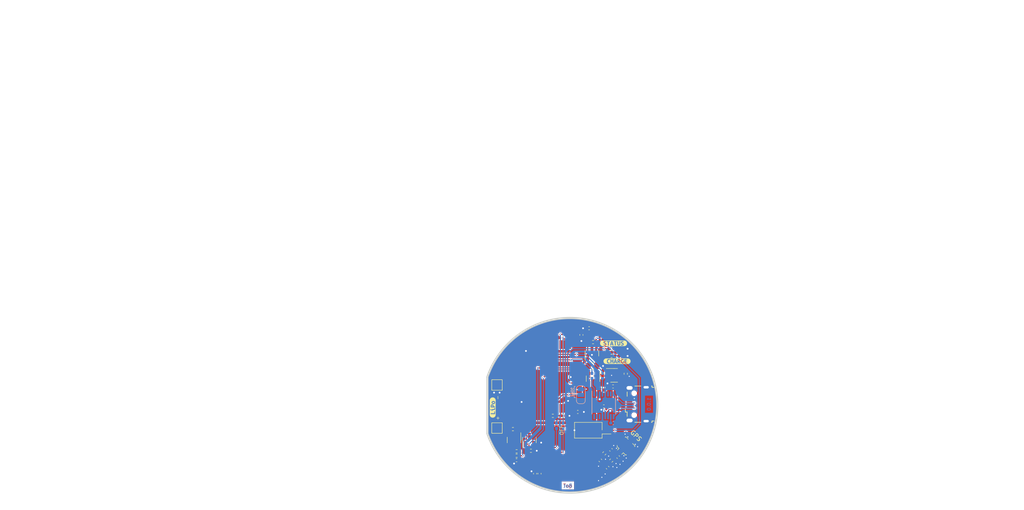
<source format=kicad_pcb>
(kicad_pcb (version 20221018) (generator pcbnew)
  (title_block (title "LoRa-GPS-Tracker") (date "2024-01-07") (rev "1.0") (company "Kampis-Elektroecke") (comment 4 "Author: Ing. Daniel Kampert"))
  (layers (0 "F.Cu" signal) (31 "B.Cu" signal) (34 "B.Paste" user) (35 "F.Paste" user) (36 "B.SilkS" user "B.Silkscreen") (37 "F.SilkS" user "F.Silkscreen") (38 "B.Mask" user) (39 "F.Mask" user) (44 "Edge.Cuts" user))
  (net 0 "")
  (net 1 "GND")
  (net 2 "/V_USB")
  (net 3 "/Rx_GNSS")
  (net 4 "/V_BAT")
  (net 5 "/BAT_E")
  (net 6 "/Tx_GNSS")
  (net 7 "/Tx_PROG")
  (net 8 "/BAT")
  (net 9 "/Rx_PROG")
  (net 10 "/USB_DP")
  (net 11 "/USB_DM")
  (net 12 "Net-(M101-VCC_RF)")
  (net 13 "Net-(M101-RF_IN)")
  (net 14 "Net-(X102-In)")
  (net 15 "Net-(M102-~{RST})")
  (net 16 "Net-(IC103-3V3OUT)")
  (net 17 "Net-(IC102-VDD)")
  (net 18 "Net-(D101-A)")
  (net 19 "Net-(D102-A)")
  (net 20 "Net-(IC101-STAT)")
  (net 21 "Net-(IC101-PROG)")
  (net 22 "Net-(IC102-~{RST})")
  (net 29 "Net-(R113-Pad2)")
  (net 30 "Net-(M101-TXD0)")
  (net 31 "Net-(M101-RXD0)")
  (net 35 "Net-(L101-Pad1)")
  (net 58 "Net-(JP101-C)")
  (net 61 "Net-(M102-PB12)")
  (net 63 "Net-(Q101-D)")
  (net 64 "Net-(Q102-D)")
  (net 66 "Net-(Q103-G)")
  (net 67 "+3V0")
  (net 69 "Net-(Q103-S)")
  (net 70 "Net-(IC103-TXD)")
  (net 71 "Net-(IC103-RXD)")
  (footprint "Package_TO_SOT_SMD:SOT-23" (layer "F.Cu") (at 149.1 100.109 -90)
    (fp_text reference "Q103" hide)
    (fp_text value "BSH205G2VL" hide)
  )
  (footprint "Resistor_SMD:R_0402_1005Metric_Pad0.72x0.64mm_HandSolder" (layer "F.Cu") (at 156.593 98.966 -90)
    (fp_text reference "R107" hide)
    (fp_text value "2k" hide)
  )
  (footprint "Capacitor_SMD:C_0402_1005Metric_Pad0.74x0.62mm_HandSolder" (layer "F.Cu") (at 151.513 102.141 -90)
    (fp_text reference "C108" hide)
    (fp_text value "4u7" hide)
  )
  (footprint "Capacitor_SMD:C_0402_1005Metric_Pad0.74x0.62mm_HandSolder" (layer "F.Cu") (at 145.602 107.721)
    (fp_text reference "C114" hide)
    (fp_text value "100n" hide)
  )
  (footprint "Capacitor_SMD:C_0402_1005Metric_Pad0.74x0.62mm_HandSolder" (layer "F.Cu") (at 148.1965 88.552 180)
    (fp_text reference "C111" hide)
    (fp_text value "1u" hide)
  )
  (footprint "Capacitor_SMD:C_0402_1005Metric_Pad0.74x0.62mm_HandSolder" (layer "F.Cu") (at 136.838999 121.854484 90)
    (fp_text reference "C101" hide)
    (fp_text value "4u7" hide)
  )
  (footprint "SIMCom:SIM28ML" (layer "F.Cu") (at 143.496429 119.151)
    (property "Reference" "M1")
    (property "Value" "SIM28ML")
    (fp_text reference "M101" hide)
    (fp_text value "SIM28ML" hide)
  )
  (footprint "TestPoint:TestPoint_Pad_2.0x2.0mm" (layer "F.Cu") (at 127.1 111.41 -90)
    (fp_text reference "X103" hide)
    (fp_text value "+")
  )
  (footprint "Capacitor_SMD:C_0402_1005Metric_Pad0.74x0.62mm_HandSolder" (layer "F.Cu") (at 135.823 121.854484 90)
    (fp_text reference "C102" hide)
    (fp_text value "100n" hide)
  )
  (footprint "Inductor_SMD:L_0402_1005Metric_Pad0.77x0.64mm_HandSolder" (layer "F.Cu") (at 153.205363 116.401994 -45)
    (property "Reference" "L1")
    (property "Value" "27n")
    (fp_text reference "L101" hide)
    (fp_text value "27n" hide)
  )
  (footprint "Resistor_SMD:R_0402_1005Metric_Pad0.72x0.64mm_HandSolder" (layer "F.Cu") (at 149.1 91.727)
    (fp_text reference "R113" hide)
    (fp_text value "3k3" hide)
  )
  (footprint "Button_Switch_SMD:SW_DIP_SPSTx01_Slide_Omron_A6S-110x_W8.9mm_P2.54mm" (layer "F.Cu") (at 148.015 111.912 180)
    (fp_text reference "SW101" hide)
    (fp_text value "ON / OFF" hide)
  )
  (footprint "Resistor_SMD:R_0402_1005Metric_Pad0.72x0.64mm_HandSolder" (layer "F.Cu") (at 134.868001 116.611)
    (fp_text reference "R103" hide)
    (fp_text value "100k" hide)
  )
  (footprint "Capacitor_SMD:C_0402_1005Metric_Pad0.74x0.62mm_HandSolder" (layer "F.Cu") (at 150.780694 118.826663 -45)
    (fp_text reference "C105" hide)
    (fp_text value "100n" hide)
  )
  (footprint "LED_SMD:LED_0402_1005Metric_Pad0.77x0.64mm_HandSolder" (layer "F.Cu") (at 155.6225 93.243 180)
    (fp_text reference "D102" hide)
    (fp_text value "STATUS" hide)
  )
  (footprint "Resistor_SMD:R_0402_1005Metric_Pad0.72x0.64mm_HandSolder" (layer "F.Cu") (at 131.5945 117.754 180)
    (fp_text reference "R106" hide)
    (fp_text value "2k2 / 0.1%" hide)
  )
  (footprint "Resistor_SMD:R_0402_1005Metric_Pad0.72x0.64mm_HandSolder" (layer "F.Cu") (at 151.678719 117.210217 45)
    (fp_text reference "R108" hide)
    (fp_text value "10R" hide)
  )
  (footprint "kibuzzard-65985972" (layer "F.Cu") (at 153.8 92)
    (fp_text reference "kibuzzard-65985972" hide)
    (fp_text value "G***" hide)
  )
  (footprint "Capacitor_SMD:C_0402_1005Metric_Pad0.74x0.62mm_HandSolder" (layer "F.Cu") (at 152.437799 120.483768 -45)
    (fp_text reference "C106" hide)
    (fp_text value "~" hide)
  )
  (footprint "Capacitor_SMD:C_0402_1005Metric_Pad0.74x0.62mm_HandSolder" (layer "F.Cu") (at 131.574 118.778 180)
    (fp_text reference "C103" hide)
    (fp_text value "100n" hide)
  )
  (footprint "Resistor_SMD:R_0805_2012Metric_Pad1.20x1.40mm_HandSolder" (layer "F.Cu") (at 148.973 97.188 180)
    (fp_text reference "R112" hide)
    (fp_text value "0R" hide)
  )
  (footprint "Capacitor_SMD:C_0402_1005Metric_Pad0.74x0.62mm_HandSolder" (layer "F.Cu") (at 142.3 108.61)
    (fp_text reference "C113" hide)
    (fp_text value "100n" hide)
  )
  (footprint "Resistor_SMD:R_0402_1005Metric_Pad0.72x0.64mm_HandSolder" (layer "F.Cu") (at 153.3365 94.894)
    (fp_text reference "R110" hide)
    (fp_text value "270R" hide)
  )
  (footprint "kibuzzard-659DAEA0" (layer "F.Cu") (at 126.113 106.713 90)
    (fp_text reference "kibuzzard-659DAEA0" hide)
    (fp_text value "G***" hide)
  )
  (footprint "Capacitor_SMD:C_0402_1005Metric_Pad0.74x0.62mm_HandSolder" (layer "F.Cu") (at 151.571 106.451 180)
    (fp_text reference "C110" hide)
    (fp_text value "100n" hide)
  )
  (footprint "Package_TO_SOT_SMD:SOT-23-5" (layer "F.Cu") (at 153.926 99.339)
    (property "Reference" "IC1")
    (property "Value" "MCP73831-2-OT")
    (fp_text reference "IC101" hide)
    (fp_text value "MCP73831-2-OT" hide)
  )
  (footprint "Capacitor_SMD:C_0402_1005Metric_Pad0.74x0.62mm_HandSolder" (layer "F.Cu") (at 146.433 90.076 -90)
    (fp_text reference "C112" hide)
    (fp_text value "1u" hide)
  )
  (footprint "Capacitor_SMD:C_0402_1005Metric_Pad0.74x0.62mm_HandSolder" (layer "F.Cu") (at 154.862468 118.059099 -45)
    (fp_text reference "C107" hide)
    (fp_text value "~" hide)
  )
  (footprint "Package_TO_SOT_SMD:SOT-23" (layer "F.Cu") (at 148.846 94.267 90)
    (property "Reference" "IC2")
    (property "Value" "MCP100-300D")
    (fp_text reference "IC102" hide)
    (fp_text value "MCP100-300D" hide)
  )
  (footprint "LED_SMD:LED_0402_1005Metric_Pad0.77x0.64mm_HandSolder" (layer "F.Cu") (at 155.6225 94.894 180)
    (fp_text reference "D101" hide)
    (fp_text value "CHARGE" hide)
  )
  (footprint "Resistor_SMD:R_0402_1005Metric_Pad0.72x0.64mm_HandSolder" (layer "F.Cu") (at 153.3365 93.243)
    (fp_text reference "R117" hide)
    (fp_text value "270R" hide)
  )
  (footprint "Wuerth:629105150521" (layer "F.Cu") (at 159.318 105.943 90)
    (property "Reference" "X1")
    (property "Value" "USB_B_Micro")
    (fp_text reference "X101" hide)
    (fp_text value "USB_B_Micro" hide)
  )
  (footprint "Package_TO_SOT_SMD:SOT-23" (layer "F.Cu") (at 130.997 114.1495 -90)
    (fp_text reference "Q102" hide)
    (fp_text value "TP0610K" hide)
  )
  (footprint "Resistor_SMD:R_0402_1005Metric_Pad0.72x0.64mm_HandSolder" (layer "F.Cu") (at 151.386 98.839 90)
    (fp_text reference "R111" hide)
    (fp_text value "100k" hide)
  )
  (footprint "Resistor_SMD:R_0402_1005Metric_Pad0.72x0.64mm_HandSolder" (layer "F.Cu") (at 153.267235 118.851765 45)
    (fp_text reference "R109" hide)
    (fp_text value "0R" hide)
  )
  (footprint "Resistor_SMD:R_0402_1005Metric_Pad0.72x0.64mm_HandSolder" (layer "F.Cu") (at 139.887 108.61)
    (fp_text reference "R116" hide)
    (fp_text value "10k" hide)
  )
  (footprint "RAK:RAK3172" (layer "F.Cu") (at 137.982 99.593 -90)
    (fp_text reference "M102" hide)
    (fp_text value "RAK3172" hide)
  )
  (footprint "TestPoint:TestPoint_Pad_2.0x2.0mm" (layer "F.Cu") (at 127.1 101.535 90)
    (fp_text reference "X104" hide)
    (fp_text value "-")
  )
  (footprint "kibuzzard-65985988" (layer "F.Cu") (at 154.6 96.1)
    (fp_text reference "kibuzzard-65985988" hide)
    (fp_text value "G***" hide)
  )
  (footprint "Package_DFN_Kampi:WDFN-6" (layer "F.Cu") (at 148.248247 90.1135 -90)
    (fp_text reference "IC104" hide)
    (fp_text value "NCP705MT30TCG" hide)
  )
  (footprint "Package_TO_SOT_SMD:SOT-23" (layer "F.Cu") (at 134.515501 114.1495 90)
    (fp_text reference "Q101" hide)
    (fp_text value "BSS123" hide)
  )
  (footprint "Resistor_SMD:R_0402_1005Metric_Pad0.72x0.64mm_HandSolder" (layer "F.Cu") (at 131.5945 116.738)
    (fp_text reference "R105" hide)
    (fp_text value "8k2 / 0.1%" hide)
  )
  (footprint "Resistor_SMD:R_0402_1005Metric_Pad0.72x0.64mm_HandSolder" (layer "F.Cu") (at 130.743 111.658)
    (fp_text reference "R104" hide)
    (fp_text value "100k" hide)
  )
  (footprint "Molex:73412-0110" (layer "F.Cu") (at 156.599476 115.519525 -45)
    (property "Reference" "X3")
    (property "Value" "Conn_Coaxial")
    (fp_text reference "X102" hide)
    (fp_text value "GPS")
  )
  (footprint "Capacitor_SMD:C_0402_1005Metric_Pad0.74x0.62mm_HandSolder" (layer "F.Cu") (at 153.6792 101.879 180)
    (fp_text reference "C104" hide)
    (fp_text value "4u7" hide)
  )
  (footprint "Resistor_SMD:R_0402_1005Metric_Pad0.72x0.64mm_HandSolder" (layer "B.Cu") (at 151.2535 99.474 90)
    (fp_text reference "R115" hide)
    (fp_text value "0R" hide)
  )
  (footprint "Resistor_SMD:R_0402_1005Metric_Pad0.72x0.64mm_HandSolder" (layer "B.Cu") (at 148.846 99.474 -90)
    (fp_text reference "R114" hide)
    (fp_text value "0R" hide)
  )
  (footprint "Capacitor_SMD:C_0402_1005Metric_Pad0.74x0.62mm_HandSolder" (layer "B.Cu") (at 153.73 110.261)
    (fp_text reference "C109" hide)
    (fp_text value "100n" hide)
  )
  (footprint "Package_SO:SSOP-16_3.9x4.9mm_P0.635mm" (layer "B.Cu") (at 151.571 106.197 -90)
    (fp_text reference "IC103" hide)
    (fp_text value "FT230XS" hide)
  )
  (footprint "Resistor_SMD:R_0402_1005Metric_Pad0.72x0.64mm_HandSolder" (layer "B.Cu") (at 140.718 110.904 -90)
    (fp_text reference "R101" hide)
    (fp_text value "0R" hide)
  )
  (footprint "Jumper:SolderJumper-3_P1.3mm_Open_RoundedPad1.0x1.5mm_NumberLabels" (layer "B.Cu") (at 146.306 103.792 90)
    (fp_text reference "JP101" hide)
    (fp_text value "PROG" hide)
  )
  (footprint "Resistor_SMD:R_0402_1005Metric_Pad0.72x0.64mm_HandSolder" (layer "B.Cu") (at 142.242 110.904 -90)
    (fp_text reference "R102" hide)
    (fp_text value "0R" hide)
  )
  (gr_line (start 144.782 101.887) (end 145.036 101.887) (stroke (width 0.12)) (layer "B.SilkS"))
  (gr_line (start 145.036 104.427) (end 144.782 104.427) (stroke (width 0.12)) (layer "B.SilkS"))
  (gr_line (start 144.782 104.427) (end 144.782 101.887) (stroke (width 0.12)) (layer "B.SilkS"))
  (gr_line (start 124.901 99.72) (end 124.901 112.674) (stroke (width 0.5)) (layer "Edge.Cuts"))
  (gr_arc (start 124.901 99.72) (mid 163.816029 106.197) (end 124.901 112.674) (stroke (width 0.5)) (layer "Edge.Cuts"))
  (gr_text "Top" (at 142.2 125.1) (layer "F.Cu") (effects (font (size 0.8 0.8) (thickness 0.12)) (justify left bottom)))
  (gr_text "1.0.0" (at 161.927 105.951 90) (layer "B.Cu") (effects (font (size 0.8 0.8) (thickness 0.12)) (justify mirror)))
  (gr_text "Bot" (at 144.4 125.1) (layer "B.Cu") (effects (font (size 0.8 0.8) (thickness 0.12)) (justify left bottom mirror)))
  (gr_text "PROG" (at 144.274 103.157 270) (layer "B.SilkS") (effects (font (size 0.5 0.5) (thickness 0.1) bold) (justify mirror)))
  (gr_text "OFF\n" (at 141.919 111.912 90) (layer "F.SilkS") (effects (font (size 0.8 0.8) (thickness 0.1))))
  (segment (start 132.732 105.435) (end 132.732 106.893) (width 0.4) (layer "F.Cu") (net 1))
  (segment (start 142.732 105.842) (end 142.732 106.893) (width 0.4) (layer "F.Cu") (net 1))
  (segment (start 151.0035 107.213) (end 151.0035 106.451) (width 0.4) (layer "F.Cu") (net 1))
  (segment (start 153.349 99.339) (end 152.7885 99.339) (width 0.4) (layer "F.Cu") (net 1))
  (segment (start 131.0065 119.54) (end 131.0065 118.778) (width 0.4) (layer "F.Cu") (net 1))
  (segment (start 152.63385 101.879) (end 153.1117 101.879) (width 0.4) (layer "F.Cu") (net 1))
  (segment (start 157.3925 99.5635) (end 156.593 99.5635) (width 0.4) (layer "F.Cu") (net 1))
  (segment (start 133.732 106.893) (end 132.732 106.893) (width 0.4) (layer "F.Cu") (net 1))
  (segment (start 135.823 121.286984) (end 136.838999 121.286984) (width 0.4) (layer "F.Cu") (net 1))
  (segment (start 143.565 111.912) (end 144.84 111.912) (width 0.4) (layer "F.Cu") (net 1))
  (segment (start 144.3475 100.093) (end 143.9825 99.728) (width 0.4) (layer "F.Cu") (net 1))
  (segment (start 146.1695 107.721) (end 146.999 107.721) (width 0.4) (layer "F.Cu") (net 1))
  (segment (start 146.9415 90.7635) (end 146.8215 90.6435) (width 0.25) (layer "F.Cu") (net 1))
  (segment (start 148.846 94.648) (end 148.846 93.3295) (width 0.4) (layer "F.Cu") (net 1))
  (segment (start 157.423 104.648) (end 158.556 104.648) (width 0.4) (layer "F.Cu") (net 1))
  (segment (start 151.80435 102.7085) (end 152.63385 101.879) (width 0.4) (layer "F.Cu") (net 1))
  (segment (start 147.323247 90.7635) (end 146.9415 90.7635) (width 0.25) (layer "F.Cu") (net 1))
  (segment (start 130.997 118.7685) (end 131.0065 118.778) (width 0.4) (layer "F.Cu") (net 1))
  (segment (start 135.034016 121.286984) (end 135.823 121.286984) (width 0.4) (layer "F.Cu") (net 1))
  (segment (start 157.0195 94.894) (end 156.195 94.894) (width 0.4) (layer "F.Cu") (net 1))
  (segment (start 148.248247 90.22) (end 147.704747 90.7635) (width 0.4) (layer "F.Cu") (net 1))
  (segment (start 135.465501 116.611) (end 136.204 116.611) (width 0.4) (layer "F.Cu") (net 1))
  (segment (start 157.418 104.643) (end 157.423 104.648) (width 0.4) (layer "F.Cu") (net 1))
  (segment (start 146.433 91.473) (end 146.433 90.6435) (width 0.4) (layer "F.Cu") (net 1))
  (segment (start 135.465501 115.087) (end 135.465501 116.611) (width 0.25) (layer "F.Cu") (net 1))
  (segment (start 146.814 88.552) (end 147.629 88.552) (width 0.4) (layer "F.Cu") (net 1))
  (segment (start 148.248247 90.1135) (end 148.248247 90.22) (width 0.4) (layer "F.Cu") (net 1))
  (segment (start 143.385 105.189) (end 142.732 105.842) (width 0.4) (layer "F.Cu") (net 1))
  (segment (start 137.22 114.751) (end 138.646429 114.751) (width 0.4) (layer "F.Cu") (net 1))
  (segment (start 135.003 121.318) (end 135.034016 121.286984) (width 0.4) (layer "F.Cu") (net 1))
  (segment (start 145.532 100.093) (end 144.3475 100.093) (width 0.4) (layer "F.Cu") (net 1))
  (segment (start 151.386 97.188) (end 151.386 98.2415) (width 0.4) (layer "F.Cu") (net 1))
  (segment (start 133.732 93.751) (end 133.732 92.293) (width 0.4) (layer "F.Cu") (net 1))
  (segment (start 130.997 117.754) (end 130.997 118.7685) (width 0.4) (layer "F.Cu") (net 1))
  (segment (start 157.0195 93.243) (end 156.195 93.243) (width 0.4) (layer "F.Cu") (net 1))
  (segment (start 147.704747 90.7635) (end 147.323247 90.7635) (width 0.4) (layer "F.Cu") (net 1))
  (segment (start 152.402517 101.1885) (end 153.093017 101.879) (width 0.4) (layer "F.Cu") (net 1))
  (segment (start 143.697 108.61) (end 142.8675 108.61) (width 0.4) (layer "F.Cu") (net 1))
  (segment (start 151.513 102.7085) (end 151.80435 102.7085) (width 0.4) (layer "F.Cu") (net 1))
  (segment (start 146.8215 90.6435) (end 146.433 90.6435) (width 0.25) (layer "F.Cu") (net 1))
  (segment (start 153.093017 101.879) (end 153.1117 101.879) (width 0.4) (layer "F.Cu") (net 1))
  (via (at 151.0035 107.213) (size 0.8) (drill 0.4) (layers "F.Cu" "B.Cu") (net 1))
  (via (at 154.462599 116.042784) (size 0.45) (drill 0.25) (layers "F.Cu" "B.Cu") (net 1))
  (via (at 153.654376 120.263504) (size 0.45) (drill 0.25) (layers "F.Cu" "B.Cu") (net 1))
  (via (at 154.372796 119.545083) (size 0.45) (drill 0.25) (layers "F.Cu" "B.Cu") (net 1))
  (via (at 154.552401 120.443109) (size 0.45) (drill 0.25) (layers "F.Cu" "B.Cu") (net 1))
  (via (at 150.354859 120.152072) (size 0.45) (drill 0.25) (layers "F.Cu" "B.Cu") (net 1))
  (via (at 152.402517 101.1885) (size 0.8) (drill 0.4) (layers "F.Cu" "B.Cu") (net 1))
  (via (at 159.311937 115.683573) (size 0.45) (drill 0.25) (layers "F.Cu" "B.Cu") (net 1))
  (via (at 151.948127 118.557255) (size 0.45) (drill 0.25) (layers "F.Cu" "B.Cu") (net 1))
  (via (at 152.666548 117.838835) (size 0.45) (drill 0.25) (layers "F.Cu" "B.Cu") (net 1))
  (via (at 148.846 94.648) (size 0.8) (drill 0.4) (layers "F.Cu" "B.Cu") (net 1))
  (via (at 158.556 104.648) (size 0.45) (drill 0.25) (layers "F.Cu" "B.Cu") (net 1))
  (via (at 146.814 88.552) (size 0.8) (drill 0.4) (layers "F.Cu" "B.Cu") (net 1))
  (via (at 133.732 93.751) (size 0.8) (drill 0.4) (layers "F.Cu" "B.Cu") (net 1))
  (via (at 143.9825 99.728) (size 0.8) (drill 0.4) (layers "F.Cu" "B.Cu") (net 1))
  (via (at 158.773122 115.144758) (size 0.45) (drill 0.25) (layers "F.Cu" "B.Cu") (net 1))
  (via (at 155.989242 119.006268) (size 0.45) (drill 0.25) (layers "F.Cu" "B.Cu") (net 1))
  (via (at 157.3925 99.5635) (size 0.45) (drill 0.25) (layers "F.Cu" "B.Cu") (net 1))
  (via (at 153.833981 115.414166) (size 0.45) (drill 0.25) (layers "F.Cu" "B.Cu") (net 1))
  (via (at 137.22 114.751) (size 0.8) (drill 0.4) (layers "F.Cu" "B.Cu") (net 1))
  (via (at 157.066873 113.438509) (size 0.45) (drill 0.25) (layers "F.Cu" "B.Cu") (net 1))
  (via (at 136.204 116.611) (size 0.8) (drill 0.4) (layers "F.Cu" "B.Cu") (net 1))
  (via (at 156.438255 112.809891) (size 0.45) (drill 0.25) (layers "F.Cu" "B.Cu") (net 1))
  (via (at 143.697 108.61) (size 0.8) (drill 0.4) (layers "F.Cu" "B.Cu") (net 1))
  (via (at 151.878859 121.930072) (size 0.45) (drill 0.25) (layers "F.Cu" "B.Cu") (net 1))
  (via (at 146.999 107.721) (size 0.8) (drill 0.4) (layers "F.Cu" "B.Cu") (net 1))
  (via (at 153.349 99.339) (size 0.45) (drill 0.25) (layers "F.Cu" "B.Cu") (net 1))
  (via (at 132.732 105.435) (size 0.8) (drill 0.4) (layers "F.Cu" "B.Cu") (net 1))
  (via (at 155.270822 119.724689) (size 0.45) (drill 0.25) (layers "F.Cu" "B.Cu") (net 1))
  (via (at 144.84 111.912) (size 0.8) (drill 0.4) (layers "F.Cu" "B.Cu") (net 1))
  (via (at 151.386 97.188) (size 0.8) (drill 0.4) (layers "F.Cu" "B.Cu") (net 1))
  (via (at 126.425 103.29) (size 0.8) (drill 0.4) (layers "F.Cu" "B.Cu") (net 1))
  (via (at 131.0065 119.54) (size 0.8) (drill 0.4) (layers "F.Cu" "B.Cu") (net 1))
  (via (at 151.116859 122.692072) (size 0.45) (drill 0.25) (layers "F.Cu" "B.Cu") (net 1))
  (via (at 156.707663 118.287848) (size 0.45) (drill 0.25) (layers "F.Cu" "B.Cu") (net 1))
  (via (at 157.0195 93.243) (size 0.8) (drill 0.4) (layers "F.Cu" "B.Cu") (net 1))
  (via (at 146.433 91.473) (size 0.8) (drill 0.4) (layers "F.Cu" "B.Cu") (net 1))
  (via (at 127.695001 103.29) (size 0.8) (drill 0.4) (layers "F.Cu" "B.Cu") (net 1))
  (via (at 156.168848 117.749032) (size 0.45) (drill 0.25) (layers "F.Cu" "B.Cu") (net 1))
  (via (at 157.0195 94.894) (size 0.8) (drill 0.4) (layers "F.Cu" "B.Cu") (net 1))
  (via (at 143.385 105.189) (size 0.8) (drill 0.4) (layers "F.Cu" "B.Cu") (net 1))
  (via (at 135.003 121.318) (size 0.8) (drill 0.4) (layers "F.Cu" "B.Cu") (net 1))
  (via (at 150.354859 123.454072) (size 0.45) (drill 0.25) (layers "F.Cu" "B.Cu") (net 1))
  (segment (start 151.8885 107.34) (end 152.1385 107.09) (width 0.4) (layer "F.Cu") (net 2))
  (segment (start 152.1385 107.09) (end 152.1385 106.451) (width 0.4) (layer "F.Cu") (net 2))
  (via (at 151.8885 107.34) (size 0.45) (drill 0.25) (layers "F.Cu" "B.Cu") (net 2))
  (segment (start 151.8885 108.797) (end 151.8885 107.34) (width 0.4) (layer "B.Cu") (net 2))
  (segment (start 142.242 90.711) (end 142.732 91.201) (width 0.25) (layer "F.Cu") (net 3))
  (segment (start 142.732 91.201) (end 142.732 92.293) (width 0.25) (layer "F.Cu") (net 3))
  (via (at 142.242 90.711) (size 0.45) (drill 0.25) (layers "F.Cu" "B.Cu") (net 3))
  (segment (start 142.242 90.711) (end 142.242 110.3065) (width 0.25) (layer "B.Cu") (net 3))
  (segment (start 132.9915 117.754) (end 132.192 117.754) (width 0.25) (layer "F.Cu") (net 4))
  (segment (start 132.192 116.738) (end 132.192 117.754) (width 0.25) (layer "F.Cu") (net 4))
  (segment (start 144.369 97.093) (end 145.532 97.093) (width 0.25) (layer "F.Cu") (net 4))
  (segment (start 132.192 118.7275) (end 132.1415 118.778) (width 0.25) (layer "F.Cu") (net 4))
  (segment (start 136.458 97.643) (end 143.819 97.643) (width 0.25) (layer "F.Cu") (net 4))
  (segment (start 132.192 117.754) (end 132.192 118.7275) (width 0.25) (layer "F.Cu") (net 4))
  (segment (start 143.819 97.643) (end 144.369 97.093) (width 0.25) (layer "F.Cu") (net 4))
  (via (at 132.9915 117.754) (size 0.45) (drill 0.25) (layers "F.Cu" "B.Cu") (net 4))
  (via (at 136.458 97.643) (size 0.45) (drill 0.25) (layers "F.Cu" "B.Cu") (net 4))
  (segment (start 136.458 111.023) (end 132.9915 114.4895) (width 0.25) (layer "B.Cu") (net 4))
  (segment (start 136.458 97.643) (end 136.458 111.023) (width 0.25) (layer "B.Cu") (net 4))
  (segment (start 132.9915 114.4895) (end 132.9915 117.754) (width 0.25) (layer "B.Cu") (net 4))
  (segment (start 134.270501 116.258499) (end 134.270501 116.611) (width 0.25) (layer "F.Cu") (net 5))
  (segment (start 139.49 98.093) (end 145.532 98.093) (width 0.25) (layer "F.Cu") (net 5))
  (segment (start 137.728 99.855) (end 139.49 98.093) (width 0.25) (layer "F.Cu") (net 5))
  (segment (start 134.426 115.087) (end 133.565501 115.087) (width 0.25) (layer "F.Cu") (net 5))
  (segment (start 134.426 116.103) (end 134.270501 116.258499) (width 0.25) (layer "F.Cu") (net 5))
  (segment (start 134.426 115.087) (end 134.426 116.103) (width 0.25) (layer "F.Cu") (net 5))
  (via (at 137.728 99.855) (size 0.45) (drill 0.25) (layers "F.Cu" "B.Cu") (net 5))
  (via (at 134.426 115.087) (size 0.45) (drill 0.25) (layers "F.Cu" "B.Cu") (net 5))
  (segment (start 137.728 111.785) (end 134.426 115.087) (width 0.25) (layer "B.Cu") (net 5))
  (segment (start 137.728 99.855) (end 137.728 111.785) (width 0.25) (layer "B.Cu") (net 5))
  (segment (start 141.607 89.949) (end 142.388 89.949) (width 0.25) (layer "F.Cu") (net 6))
  (segment (start 143.732 91.293) (end 143.732 92.293) (width 0.25) (layer "F.Cu") (net 6))
  (segment (start 142.388 89.949) (end 143.732 91.293) (width 0.25) (layer "F.Cu") (net 6))
  (via (at 141.607 89.949) (size 0.45) (drill 0.25) (layers "F.Cu" "B.Cu") (net 6))
  (segment (start 141.607 89.949) (end 141.607 108.9355) (width 0.25) (layer "B.Cu") (net 6))
  (segment (start 140.718 109.8245) (end 140.718 110.3065) (width 0.25) (layer "B.Cu") (net 6))
  (segment (start 141.607 108.9355) (end 140.718 109.8245) (width 0.25) (layer "B.Cu") (net 6))
  (segment (start 134.732 93.362396) (end 134.732 92.293) (width 0.25) (layer "F.Cu") (net 7))
  (segment (start 137.160604 95.791) (end 134.732 93.362396) (width 0.25) (layer "F.Cu") (net 7))
  (segment (start 143.922146 95.791) (end 137.160604 95.791) (width 0.25) (layer "F.Cu") (net 7))
  (via (at 143.922146 95.791) (size 0.45) (drill 0.25) (layers "F.Cu" "B.Cu") (net 7))
  (segment (start 148.846 98.8765) (end 148.846 97.9715) (width 0.25) (layer "B.Cu") (net 7))
  (segment (start 146.6655 95.791) (end 143.922146 95.791) (width 0.25) (layer "B.Cu") (net 7))
  (segment (start 148.846 97.9715) (end 146.6655 95.791) (width 0.25) (layer "B.Cu") (net 7))
  (segment (start 152.3705 100.308754) (end 152.390254 100.289) (width 0.25) (layer "F.Cu") (net 8))
  (segment (start 152.390254 100.289) (end 152.7885 100.289) (width 0.25) (layer "F.Cu") (net 8))
  (segment (start 145.29 94.521) (end 136.527 94.521) (width 0.25) (layer "F.Cu") (net 9))
  (segment (start 136.527 94.521) (end 135.732 93.726) (width 0.25) (layer "F.Cu") (net 9))
  (segment (start 135.732 93.726) (end 135.732 92.293) (width 0.25) (layer "F.Cu") (net 9))
  (via (at 145.29 94.521) (size 0.45) (drill 0.25) (layers "F.Cu" "B.Cu") (net 9))
  (segment (start 147.3005 94.521) (end 151.2535 98.474) (width 0.25) (layer "B.Cu") (net 9))
  (segment (start 145.29 94.521) (end 147.3005 94.521) (width 0.25) (layer "B.Cu") (net 9))
  (segment (start 151.2535 98.474) (end 151.2535 98.8765) (width 0.25) (layer "B.Cu") (net 9))
  (segment (start 158.556 105.689) (end 158.302 105.943) (width 0.25) (layer "F.Cu") (net 10))
  (segment (start 158.302 105.943) (end 157.418 105.943) (width 0.25) (layer "F.Cu") (net 10))
  (via (at 158.556 105.689) (size 0.45) (drill 0.25) (layers "F.Cu" "B.Cu") (net 10))
  (segment (start 158.556 105.689) (end 155.8855 105.689) (width 0.25) (layer "B.Cu") (net 10))
  (segment (start 155.8855 105.689) (end 153.7935 103.597) (width 0.25) (layer "B.Cu") (net 10))
  (segment (start 158.556 106.832) (end 158.317 106.593) (width 0.25) (layer "F.Cu") (net 11))
  (segment (start 158.317 106.593) (end 157.418 106.593) (width 0.25) (layer "F.Cu") (net 11))
  (via (at 158.556 106.832) (size 0.45) (drill 0.25) (layers "F.Cu" "B.Cu") (net 11))
  (segment (start 158.556 106.832) (end 155.7585 106.832) (width 0.25) (layer "B.Cu") (net 11))
  (segment (start 155.7585 106.832) (end 153.7935 108.797) (width 0.25) (layer "B.Cu") (net 11))
  (segment (start 150.379411 118.42538) (end 150.463556 118.42538) (width 0.25) (layer "F.Cu") (net 12))
  (segment (start 149.653791 119.151) (end 148.346429 119.151) (width 0.25) (layer "F.Cu") (net 12))
  (segment (start 150.379411 118.42538) (end 149.653791 119.151) (width 0.25) (layer "F.Cu") (net 12))
  (segment (start 150.463556 118.42538) (end 151.256223 117.632713) (width 0.25) (layer "F.Cu") (net 12))
  (segment (start 152.036516 120.082485) (end 152.575331 119.543669) (width 0.840024) (layer "F.Cu") (net 13))
  (segment (start 149.960893 122.158107) (end 152.036516 120.082485) (width 0.840024) (layer "F.Cu") (net 13))
  (segment (start 148.346429 122.451) (end 149.253787 122.451) (width 0.840024) (layer "F.Cu") (net 13))
  (arc (start 149.960893 122.158107) (mid 149.63647 122.374879) (end 149.253787 122.451) (width 0.840024) (layer "F.Cu") (net 13))
  (segment (start 155.538815 116.580185) (end 154.461185 117.657815) (width 0.840024) (layer "F.Cu") (net 14))
  (segment (start 153.923784 117.120414) (end 154.461185 117.657815) (width 0.840024) (layer "F.Cu") (net 14))
  (segment (start 153.923784 118.195217) (end 154.461185 117.657815) (width 0.840024) (layer "F.Cu") (net 14))
  (segment (start 141.732 106.893) (end 141.732 108.6095) (width 0.25) (layer "F.Cu") (net 15))
  (segment (start 140.4845 108.61) (end 141.7325 108.61) (width 0.25) (layer "F.Cu") (net 15))
  (segment (start 141.732 108.6095) (end 141.7325 108.61) (width 0.25) (layer "F.Cu") (net 15))
  (segment (start 153.1585 110.257) (end 153.1625 110.261) (width 0.25) (layer "B.Cu") (net 16))
  (segment (start 153.1585 108.797) (end 153.1585 110.257) (width 0.25) (layer "B.Cu") (net 16))
  (segment (start 149.173247 88.961247) (end 148.764 88.552) (width 0.4) (layer "F.Cu") (net 17))
  (segment (start 149.796 95.2045) (end 149.796 97.011) (width 0.4) (layer "F.Cu") (net 17))
  (segment (start 149.796 95.2045) (end 149.796 93.063) (width 0.4) (layer "F.Cu") (net 17))
  (segment (start 150.624 90.33) (end 149.7575 89.4635) (width 0.4) (layer "F.Cu") (net 17))
  (segment (start 149.173247 89.4635) (end 149.173247 88.961247) (width 0.4) (layer "F.Cu") (net 17))
  (segment (start 150.624 92.235) (end 150.624 90.33) (width 0.4) (layer "F.Cu") (net 17))
  (segment (start 149.796 93.063) (end 150.624 92.235) (width 0.4) (layer "F.Cu") (net 17))
  (segment (start 149.7575 89.4635) (end 149.173247 89.4635) (width 0.4) (layer "F.Cu") (net 17))
  (segment (start 149.796 97.011) (end 149.973 97.188) (width 0.4) (layer "F.Cu") (net 17))
  (segment (start 153.934 94.894) (end 155.05 94.894) (width 0.25) (layer "F.Cu") (net 18))
  (segment (start 155.05 93.243) (end 153.934 93.243) (width 0.25) (layer "F.Cu") (net 19))
  (segment (start 152.739 94.894) (end 152.739 96.774) (width 0.25) (layer "F.Cu") (net 20))
  (segment (start 152.7885 96.8235) (end 152.7885 98.389) (width 0.25) (layer "F.Cu") (net 20))
  (segment (start 152.739 96.774) (end 152.7885 96.8235) (width 0.25) (layer "F.Cu") (net 20))
  (segment (start 155.0635 98.389) (end 156.6305 98.389) (width 0.25) (layer "F.Cu") (net 21))
  (segment (start 149.173247 90.7635) (end 149.173247 91.056253) (width 0.25) (layer "F.Cu") (net 22))
  (segment (start 148.5025 91.727) (end 147.8675 92.362) (width 0.25) (layer "F.Cu") (net 22))
  (segment (start 147.8675 95.176) (end 147.896 95.2045) (width 0.25) (layer "F.Cu") (net 22))
  (segment (start 149.173247 91.056253) (end 148.5025 91.727) (width 0.25) (layer "F.Cu") (net 22))
  (segment (start 147.8675 92.362) (end 147.8675 95.176) (width 0.25) (layer "F.Cu") (net 22))
  (segment (start 152.465 111.912) (end 154.111 111.912) (width 0.25) (layer "F.Cu") (net 29))
  (segment (start 149.6975 91.2565) (end 149.862 91.092) (width 0.25) (layer "F.Cu") (net 29))
  (segment (start 149.6975 91.727) (end 149.6975 91.2565) (width 0.25) (layer "F.Cu") (net 29))
  (segment (start 149.862 91.092) (end 149.862 90.838) (width 0.25) (layer "F.Cu") (net 29))
  (via (at 154.111 111.912) (size 0.45) (drill 0.25) (layers "F.Cu" "B.Cu") (net 29))
  (via (at 149.862 90.838) (size 0.45) (drill 0.25) (layers "F.Cu" "B.Cu") (net 29))
  (segment (start 150.563 90.838) (end 159.699 99.974) (width 0.25) (layer "B.Cu") (net 29))
  (segment (start 149.862 90.838) (end 150.563 90.838) (width 0.25) (layer "B.Cu") (net 29))
  (segment (start 159.699 110.515) (end 158.302 111.912) (width 0.25) (layer "B.Cu") (net 29))
  (segment (start 159.699 99.974) (end 159.699 110.515) (width 0.25) (layer "B.Cu") (net 29))
  (segment (start 158.302 111.912) (end 154.111 111.912) (width 0.25) (layer "B.Cu") (net 29))
  (segment (start 140.718 115.857) (end 139.551451 115.857) (width 0.25) (layer "F.Cu") (net 30))
  (segment (start 139.545451 115.851) (end 138.646429 115.851) (width 0.25) (layer "F.Cu") (net 30))
  (segment (start 139.551451 115.857) (end 139.545451 115.851) (width 0.25) (layer "F.Cu") (net 30))
  (via (at 140.718 115.857) (size 0.45) (drill 0.25) (layers "F.Cu" "B.Cu") (net 30))
  (segment (start 140.718 115.857) (end 140.718 111.5015) (width 0.25) (layer "B.Cu") (net 30))
  (segment (start 142.242 116.951) (end 138.646429 116.951) (width 0.25) (layer "F.Cu") (net 31))
  (via (at 142.242 116.951) (size 0.45) (drill 0.25) (layers "F.Cu" "B.Cu") (net 31))
  (segment (start 142.242 116.951) (end 142.242 111.5015) (width 0.25) (layer "B.Cu") (net 31))
  (segment (start 152.101216 116.787721) (end 152.800544 116.088392) (width 0.25) (layer "F.Cu") (net 35))
  (segment (start 140.732 105.175) (end 140.732 106.893) (width 0.25) (layer "F.Cu") (net 58))
  (segment (start 143.512 103.792) (end 142.115 103.792) (width 0.25) (layer "F.Cu") (net 58))
  (segment (start 142.115 103.792) (end 140.732 105.175) (width 0.25) (layer "F.Cu") (net 58))
  (via (at 143.512 103.792) (size 0.45) (drill 0.25) (layers "F.Cu" "B.Cu") (net 58))
  (segment (start 146.306 103.792) (end 143.512 103.792) (width 0.25) (layer "B.Cu") (net 58))
  (segment (start 145.532 101.093) (end 143.893 101.093) (width 0.25) (layer "F.Cu") (net 61))
  (segment (start 152.739 93.243) (end 151.64 93.243) (width 0.25) (layer "F.Cu") (net 61))
  (via (at 151.64 93.243) (size 0.45) (drill 0.25) (layers "F.Cu" "B.Cu") (net 61))
  (via (at 143.893 101.093) (size 0.45) (drill 0.25) (layers "F.Cu" "B.Cu") (net 61))
  (segment (start 143.258 94.394) (end 143.258 100.458) (width 0.25) (layer "B.Cu") (net 61))
  (segment (start 151.64 93.243) (end 144.409 93.243) (width 0.25) (layer "B.Cu") (net 61))
  (segment (start 144.409 93.243) (end 143.258 94.394) (width 0.25) (layer "B.Cu") (net 61))
  (segment (start 143.258 100.458) (end 143.893 101.093) (width 0.25) (layer "B.Cu") (net 61))
  (segment (start 131.947 113.212) (end 134.515501 113.212) (width 0.25) (layer "F.Cu") (net 63))
  (segment (start 131.3405 111.658) (end 131.3405 112.6055) (width 0.25) (layer "F.Cu") (net 63))
  (segment (start 131.3405 112.6055) (end 131.947 113.212) (width 0.25) (layer "F.Cu") (net 63))
  (segment (start 130.997 115.087) (end 130.997 116.738) (width 0.25) (layer "F.Cu") (net 64))
  (segment (start 150.05 99.1715) (end 150.7025 99.1715) (width 0.4) (layer "F.Cu") (net 66))
  (segment (start 150.9675 99.4365) (end 151.386 99.4365) (width 0.4) (layer "F.Cu") (net 66))
  (segment (start 150.7025 99.1715) (end 150.9675 99.4365) (width 0.4) (layer "F.Cu") (net 66))
  (segment (start 144.647 106.893) (end 145.0345 107.2805) (width 0.25) (layer "F.Cu") (net 67))
  (segment (start 138.646429 122.451) (end 136.868015 122.451) (width 0.25) (layer "F.Cu") (net 67))
  (segment (start 136.868015 122.451) (end 136.838999 122.421984) (width 0.25) (layer "F.Cu") (net 67))
  (segment (start 143.732 106.893) (end 144.647 106.893) (width 0.25) (layer "F.Cu") (net 67))
  (segment (start 136.838999 122.421984) (end 135.823 122.421984) (width 0.25) (layer "F.Cu") (net 67))
  (segment (start 145.0345 107.2805) (end 145.0345 107.721) (width 0.25) (layer "F.Cu") (net 67))
  (segment (start 146.478 89.4635) (end 146.433 89.5085) (width 0.4) (layer "F.Cu") (net 67))
  (segment (start 147.323247 89.4635) (end 146.478 89.4635) (width 0.4) (layer "F.Cu") (net 67))
  (via (at 153.037 107.475) (size 0.8) (drill 0.4) (layers "F.Cu" "B.Cu") (net 67))
  (via (at 147.576 102.492) (size 0.45) (drill 0.25) (layers "F.Cu" "B.Cu") (net 67))
  (via (at 150.6185 104.808) (size 0.8) (drill 0.4) (layers "F.Cu" "B.Cu") (net 67))
  (segment (start 153.037 107.475) (end 152.5235 107.9885) (width 0.4) (layer "B.Cu") (net 67))
  (segment (start 152.5235 107.9885) (end 152.5235 108.797) (width 0.4) (layer "B.Cu") (net 67))
  (segment (start 147.576 102.492) (end 146.306 102.492) (width 0.25) (layer "B.Cu") (net 67))
  (segment (start 150.6185 103.597) (end 150.6185 104.808) (width 0.4) (layer "B.Cu") (net 67))
  (segment (start 148.15 98.204) (end 147.973 98.027) (width 0.4) (layer "F.Cu") (net 69))
  (segment (start 147.973 98.027) (end 147.973 97.188) (width 0.4) (layer "F.Cu") (net 69))
  (segment (start 148.15 99.1715) (end 148.15 98.204) (width 0.4) (layer "F.Cu") (net 69))
  (segment (start 149.3485 102.2625) (end 149.3485 103.597) (width 0.25) (layer "B.Cu") (net 70))
  (segment (start 148.846 101.76) (end 149.3485 102.2625) (width 0.25) (layer "B.Cu") (net 70))
  (segment (start 148.846 100.0715) (end 148.846 101.76) (width 0.25) (layer "B.Cu") (net 70))
  (segment (start 151.2535 100.0715) (end 151.2535 103.597) (width 0.25) (layer "B.Cu") (net 71))
  (zone (net 0) (net_name "") (layer "F.Cu") (connect_pads yes (clearance 0)) (min_thickness 0.254)
    (keepout (tracks allowed) (vias allowed) (pads allowed) (copperpour not_allowed) (footprints allowed))
    (fill (thermal_gap 0.254) (thermal_bridge_width 0.254))
    (polygon (pts (xy 139.940429 122.961) (xy 136.003429 122.961) (xy 136.003429 121.945) (xy 139.940429 121.945)))
  )
  (zone (net 2) (net_name "/V_USB") (layer "F.Cu") (priority 1) (connect_pads yes (clearance 0.127)) (min_thickness 0.254) (fill yes (thermal_gap 0.508) (thermal_bridge_width 0.508))
    (polygon (pts (xy 155.9906 100.736) (xy 154.619 100.736) (xy 154.619 107.0098) (xy 158.0988 107.0098) (xy 158.0988 107.5178) (xy 153.857 107.5178) (xy 153.857 106.832) (xy 151.825 106.832) (xy 151.825 106.07) (xy 153.857 106.07) (xy 153.857 99.8724) (xy 155.9906 99.8724)))
  )
  (zone (net 67) (net_name "+3V0") (layer "F.Cu") (connect_pads yes (clearance 0.254)) (min_thickness 0.254) (fill yes (thermal_gap 0.254) (thermal_bridge_width 0.254))
    (polygon (pts (xy 167.7 130.2) (xy 121.98 130.2) (xy 121.98 84.48) (xy 167.7 84.48)))
  )
  (zone (net 0) (net_name "") (layer "F.Cu") (connect_pads yes (clearance 0)) (min_thickness 0.254)
    (keepout (tracks allowed) (vias allowed) (pads allowed) (copperpour not_allowed) (footprints allowed))
    (fill (thermal_gap 0.508) (thermal_bridge_width 0.508))
    (polygon (pts (xy 147.7393 89.0721) (xy 147.7393 89.8595) (xy 146.3931 89.8595) (xy 146.3931 89.0721)))
  )
  (zone (net 1) (net_name "GND") (layer "F.Cu") (priority 1) (connect_pads yes (clearance 0.127)) (min_thickness 0.127) (fill yes (thermal_gap 0.127) (thermal_bridge_width 0.127))
    (polygon (pts (xy 160.049343 115.537587) (xy 154.461343 121.075465) (xy 153.560834 121.075465) (xy 150.238593 124.141837) (xy 146.682593 124.141837) (xy 146.682593 120.839837) (xy 149.127343 120.839837) (xy 149.508343 120.617587) (xy 149.508343 119.982587) (xy 153.635843 115.855087) (xy 153.254843 115.474087) (xy 156.620343 112.108587)))
  )
  (zone (net 8) (net_name "/BAT") (layer "F.Cu") (priority 1) (connect_pads yes (clearance 0.254)) (min_thickness 0.254) (fill yes (thermal_gap 0.254) (thermal_bridge_width 0.254))
    (polygon (pts (xy 149.793 110.515) (xy 130.743 110.515) (xy 130.743 114.071) (xy 129.6 114.071) (xy 129.6 111.023) (xy 128.33 111.023) (xy 128.33 112.674) (xy 125.917 112.674) (xy 125.917 109.88) (xy 148.65 109.88) (xy 148.65 100.228) (xy 151.317 100.228) (xy 151.317 99.974) (xy 153.603 99.974) (xy 153.603 101.887) (xy 149.793 101.887)))
  )
  (zone (net 1) (net_name "GND") (layer "F.Cu") (priority 1) (connect_pads yes (clearance 0.254)) (min_thickness 0.254) (fill yes (thermal_gap 0.254) (thermal_bridge_width 0.254))
    (polygon (pts (xy 128.330001 103.784) (xy 125.790001 103.784) (xy 125.790001 100.355) (xy 128.330001 100.355)))
  )
  (zone (net 0) (net_name "") (layer "F.Cu") (connect_pads (clearance 0)) (min_thickness 0.254)
    (keepout (tracks allowed) (vias allowed) (pads allowed) (copperpour not_allowed) (footprints allowed))
    (fill (thermal_gap 0.508) (thermal_bridge_width 0.508))
    (polygon (pts (xy 144.459 106.578) (xy 144.84 106.578) (xy 145.348 107.086) (xy 145.348 107.848) (xy 144.713 107.848) (xy 144.713 107.467) (xy 144.459 107.213) (xy 144.459 108.102) (xy 143.316 108.102) (xy 143.316 105.562) (xy 144.459 105.562)))
  )
  (zone (net 1) (net_name "GND") (layer "B.Cu") (connect_pads yes (clearance 0.254)) (min_thickness 0.254) (fill yes (thermal_gap 0.254) (thermal_bridge_width 0.254))
    (polygon (pts (xy 167.7 130.2) (xy 121.98 130.2) (xy 121.98 84.48) (xy 167.7 84.48)))
  )
)
</source>
